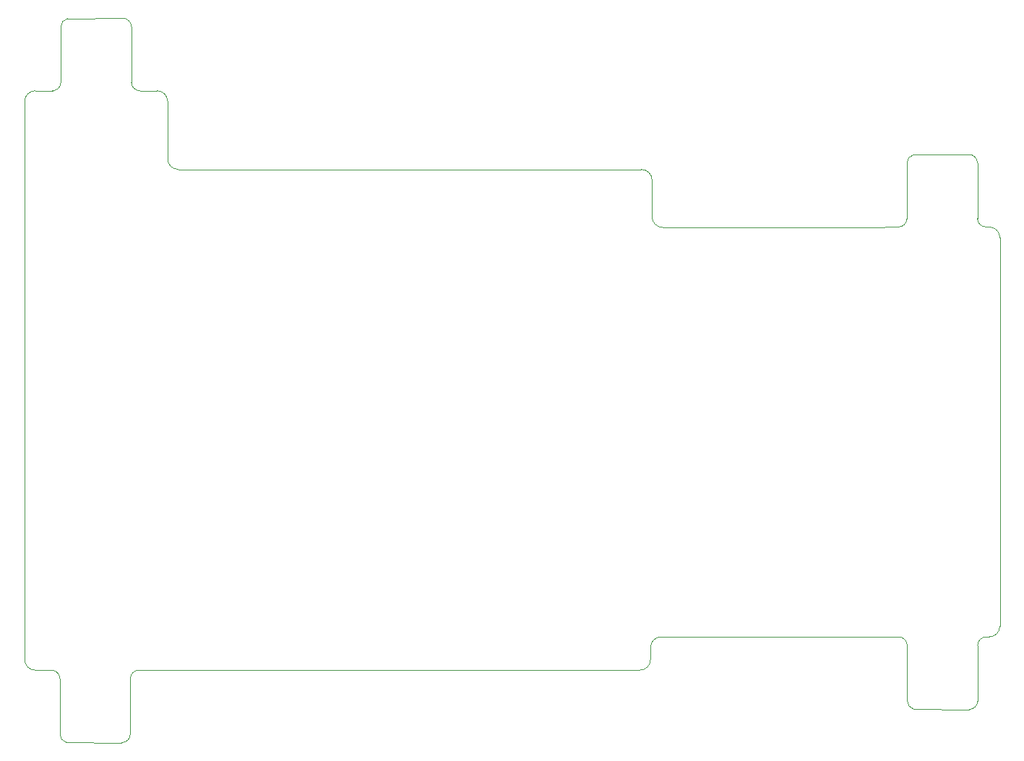
<source format=gbr>
%TF.GenerationSoftware,KiCad,Pcbnew,(5.99.0-11497-g0fb864d596)*%
%TF.CreationDate,2022-01-24T21:34:28-05:00*%
%TF.ProjectId,Main_Board_Ver2,4d61696e-5f42-46f6-9172-645f56657232,rev?*%
%TF.SameCoordinates,Original*%
%TF.FileFunction,Profile,NP*%
%FSLAX46Y46*%
G04 Gerber Fmt 4.6, Leading zero omitted, Abs format (unit mm)*
G04 Created by KiCad (PCBNEW (5.99.0-11497-g0fb864d596)) date 2022-01-24 21:34:28*
%MOMM*%
%LPD*%
G01*
G04 APERTURE LIST*
%TA.AperFunction,Profile*%
%ADD10C,0.050000*%
%TD*%
G04 APERTURE END LIST*
D10*
X215132464Y-80529857D02*
X221625000Y-80500000D01*
X112250000Y-73025000D02*
X114250000Y-73025000D01*
X129000000Y-82250000D02*
X181000000Y-82250000D01*
X210117953Y-89033000D02*
X213375000Y-89000000D01*
X185750000Y-89050000D02*
X210117953Y-89033000D01*
X110992953Y-139000277D02*
X111000000Y-139725000D01*
X213375000Y-89000000D02*
G75*
G03*
X214375000Y-88000000I0J1000000D01*
G01*
X127750000Y-74275000D02*
X127750000Y-74750000D01*
X214400000Y-138075000D02*
X214400000Y-144575000D01*
X112250000Y-140975000D02*
X114125000Y-140975000D01*
X183075000Y-140975000D02*
X126375000Y-140975000D01*
X115882464Y-149445143D02*
G75*
G02*
X115125000Y-148475000I242536J970143D01*
G01*
X214375000Y-88000000D02*
X214375000Y-81500000D01*
X116007464Y-64554857D02*
X122500000Y-64525000D01*
X209950001Y-137075000D02*
X213400000Y-137075000D01*
X224000000Y-137075000D02*
X223650000Y-137075000D01*
X184332048Y-138308000D02*
X184325000Y-139725000D01*
X116007464Y-64554857D02*
G75*
G03*
X115250000Y-65525000I242536J-970143D01*
G01*
X222625000Y-81500000D02*
G75*
G03*
X221625000Y-80500000I-1000000J0D01*
G01*
X184500000Y-83500000D02*
X184500000Y-87800000D01*
X127750000Y-74275000D02*
G75*
G03*
X126500000Y-73025000I-1250000J0D01*
G01*
X213400000Y-137075000D02*
G75*
G02*
X214400000Y-138075000I0J-1000000D01*
G01*
X215157464Y-145545143D02*
X221650000Y-145575000D01*
X111000000Y-74275000D02*
G75*
G02*
X112250000Y-73025000I1250000J0D01*
G01*
X215157464Y-145545143D02*
G75*
G02*
X214400000Y-144575000I242536J970143D01*
G01*
X183250000Y-82250000D02*
X181000000Y-82250000D01*
X112250000Y-140975000D02*
G75*
G02*
X111000000Y-139725000I0J1250000D01*
G01*
X123500000Y-65525000D02*
G75*
G03*
X122500000Y-64525000I-1000000J0D01*
G01*
X222650000Y-144575000D02*
G75*
G02*
X221650000Y-145575000I-1000000J0D01*
G01*
X124500000Y-73025000D02*
G75*
G02*
X123500000Y-72025000I0J1000000D01*
G01*
X115882464Y-149445143D02*
X122375000Y-149475000D01*
X129000000Y-82250000D02*
G75*
G02*
X127750000Y-81000000I0J1250000D01*
G01*
X225250000Y-135775000D02*
X225250000Y-135825000D01*
X222625000Y-81500000D02*
X222625000Y-88000000D01*
X185582048Y-137058000D02*
G75*
G03*
X184332048Y-138308000I0J-1250000D01*
G01*
X123375000Y-148475000D02*
X123375000Y-141975000D01*
X223650000Y-137075000D02*
G75*
G03*
X222650000Y-138075000I0J-1000000D01*
G01*
X225250000Y-90250000D02*
G75*
G03*
X224000000Y-89000000I-1250000J0D01*
G01*
X223625000Y-89000000D02*
G75*
G02*
X222625000Y-88000000I0J1000000D01*
G01*
X184500000Y-83500000D02*
G75*
G03*
X183250000Y-82250000I-1250000J0D01*
G01*
X115250000Y-72025000D02*
X115250000Y-65525000D01*
X185582048Y-137058000D02*
X209950001Y-137075000D01*
X225250000Y-135775000D02*
X225250000Y-90250000D01*
X215132464Y-80529857D02*
G75*
G03*
X214375000Y-81500000I242536J-970143D01*
G01*
X222650000Y-144575000D02*
X222650000Y-138075000D01*
X115125000Y-141975000D02*
X115125000Y-148475000D01*
X114125000Y-140975000D02*
G75*
G02*
X115125000Y-141975000I0J-1000000D01*
G01*
X124375000Y-140975000D02*
G75*
G03*
X123375000Y-141975000I0J-1000000D01*
G01*
X127750000Y-74750000D02*
X127750000Y-81000000D01*
X124500000Y-73025000D02*
X126500000Y-73025000D01*
X123500000Y-65525000D02*
X123500000Y-72025000D01*
X111000000Y-74275000D02*
X110992953Y-139000277D01*
X223625000Y-89000000D02*
X224000000Y-89000000D01*
X124375000Y-140975000D02*
X126375000Y-140975000D01*
X114250000Y-73025000D02*
G75*
G03*
X115250000Y-72025000I0J1000000D01*
G01*
X123375000Y-148475000D02*
G75*
G02*
X122375000Y-149475000I-1000000J0D01*
G01*
X225250000Y-135825000D02*
G75*
G02*
X224000000Y-137075000I-1250000J0D01*
G01*
X183075000Y-140975000D02*
G75*
G03*
X184325000Y-139725000I0J1250000D01*
G01*
X185750000Y-89050000D02*
G75*
G02*
X184500000Y-87800000I0J1250000D01*
G01*
M02*

</source>
